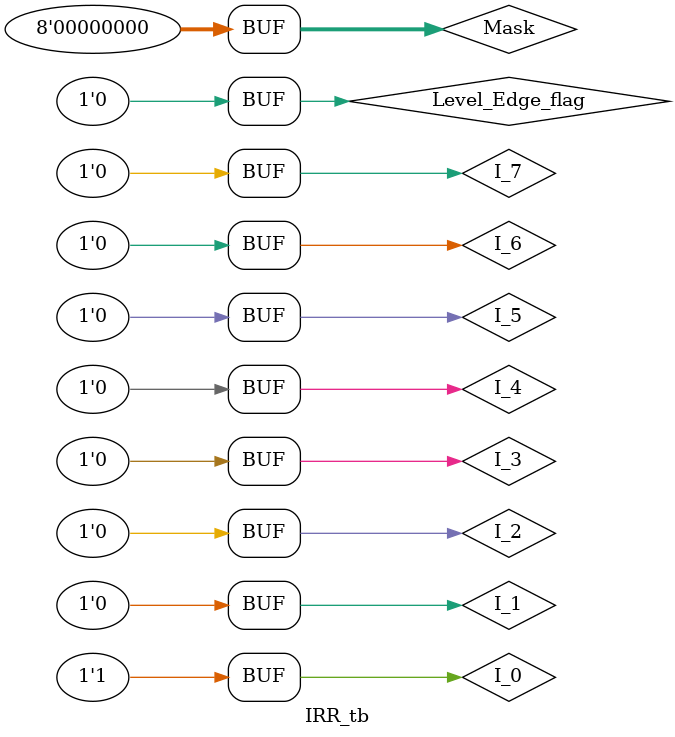
<source format=v>
module IRR (
 input Level_Edge_flag , //from control
 input [7:0] Mask, //from control

 input I_0, 
 input I_1,
 input I_2,
 input I_3,
 input I_4,
 input I_5,
 input I_6,
 input I_7,

 output reg[7:0] IRR //to priority resolver

 );

reg Prev_I0,Prev_I1,Prev_I2,
  Prev_I3,Prev_I4,Prev_I5,
  Prev_I6,Prev_I7;  
  
  initial begin
  Prev_I0 = 0;
  Prev_I1 = 0;
  Prev_I2 = 0;
  Prev_I3 = 0;
  Prev_I4 = 0;
  Prev_I5 = 0;
  Prev_I6 = 0;
  Prev_I7 = 0;
end

 always @* begin
    if (!Level_Edge_flag) begin
    IRR[0] <= (I_0 & ~Mask[0]);
    IRR[1] <= (I_1 & ~Mask[1]);
    IRR[2] <= (I_2 & ~Mask[2]);
    IRR[3] <= (I_3 & ~Mask[3]);
    IRR[4] <= (I_4 & ~Mask[4]);
    IRR[5] <= (I_5 & ~Mask[5]);
    IRR[6] <= (I_6 & ~Mask[6]);
    IRR[7] <= (I_7 & ~Mask[7]);
  end

  // Edge-sensitive Logic
  else begin
    IRR[0] <= (I_0 & ~Prev_I0);
    IRR[1] <= (I_1 & ~Prev_I1);
    IRR[2] <= (I_2 & ~Prev_I2);
    IRR[3] <= (I_3 & ~Prev_I3);
    IRR[4] <= (I_4 & ~Prev_I4);
    IRR[5] <= (I_5 & ~Prev_I5);
    IRR[6] <= (I_6 & ~Prev_I6);
    IRR[7] <= (I_7 & ~Prev_I7);
  end

  // Update Previous Input values
  Prev_I0 <= I_0;
  Prev_I1 <= I_1;
  Prev_I2 <= I_2;
  Prev_I3 <= I_3;
  Prev_I4 <= I_4;
  Prev_I5 <= I_5;
  Prev_I6 <= I_6;
  Prev_I7 <= I_7;
end



endmodule



module IRR_tb();

// Declare the IRR module
reg Level_Edge_flag;
reg[7:0] Mask;

reg I_0, I_1, I_2, I_3, I_4, I_5, I_6, I_7;

wire [7:0] IRR;



initial begin
  // Reset signals
  Level_Edge_flag = 0;
  Mask = 8'h00;
  
  
  I_0 = 0;
  I_1 = 0;
  I_2 = 0;
  I_3 = 0;
  I_4 = 0;
  I_5 = 0;
  I_6 = 0;
  I_7 = 0;
  #10;
  
  I_0 =1;
  #10;


 
end

IRR uut (
  .Level_Edge_flag(Level_Edge_flag),
  .Mask(Mask),
 
  .I_0(I_0),
  .I_1(I_1),
  .I_2(I_2),
  .I_3(I_3),
  .I_4(I_4),
  .I_5(I_5),
  .I_6(I_6),
  .I_7(I_7),
  
  .IRR(IRR)

);

endmodule
</source>
